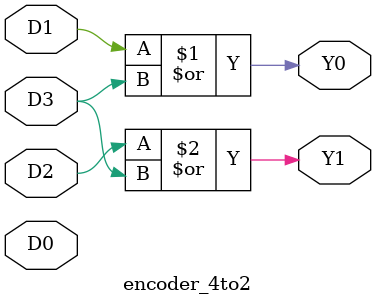
<source format=v>
module encoder_4to2 (
    input D0, D1, D2, D3,
    output Y0, Y1
);

    or (Y0, D1, D3);
    or (Y1, D2, D3);

endmodule

</source>
